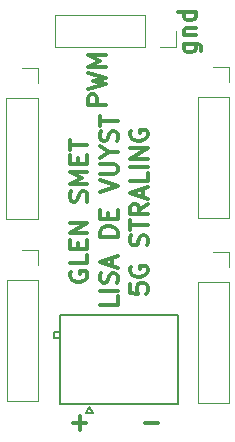
<source format=gto>
G04 #@! TF.GenerationSoftware,KiCad,Pcbnew,(5.1.9)-1*
G04 #@! TF.CreationDate,2021-04-08T22:29:13+02:00*
G04 #@! TF.ProjectId,MotorPCBZonderLevelShifter,4d6f746f-7250-4434-925a-6f6e6465724c,rev?*
G04 #@! TF.SameCoordinates,Original*
G04 #@! TF.FileFunction,Legend,Top*
G04 #@! TF.FilePolarity,Positive*
%FSLAX46Y46*%
G04 Gerber Fmt 4.6, Leading zero omitted, Abs format (unit mm)*
G04 Created by KiCad (PCBNEW (5.1.9)-1) date 2021-04-08 22:29:13*
%MOMM*%
%LPD*%
G01*
G04 APERTURE LIST*
%ADD10C,0.300000*%
%ADD11C,0.120000*%
%ADD12C,0.127000*%
G04 APERTURE END LIST*
D10*
X136908000Y-86859428D02*
X136836571Y-87002285D01*
X136836571Y-87216571D01*
X136908000Y-87430857D01*
X137050857Y-87573714D01*
X137193714Y-87645142D01*
X137479428Y-87716571D01*
X137693714Y-87716571D01*
X137979428Y-87645142D01*
X138122285Y-87573714D01*
X138265142Y-87430857D01*
X138336571Y-87216571D01*
X138336571Y-87073714D01*
X138265142Y-86859428D01*
X138193714Y-86788000D01*
X137693714Y-86788000D01*
X137693714Y-87073714D01*
X138336571Y-85430857D02*
X138336571Y-86145142D01*
X136836571Y-86145142D01*
X137550857Y-84930857D02*
X137550857Y-84430857D01*
X138336571Y-84216571D02*
X138336571Y-84930857D01*
X136836571Y-84930857D01*
X136836571Y-84216571D01*
X138336571Y-83573714D02*
X136836571Y-83573714D01*
X138336571Y-82716571D01*
X136836571Y-82716571D01*
X138265142Y-80930857D02*
X138336571Y-80716571D01*
X138336571Y-80359428D01*
X138265142Y-80216571D01*
X138193714Y-80145142D01*
X138050857Y-80073714D01*
X137908000Y-80073714D01*
X137765142Y-80145142D01*
X137693714Y-80216571D01*
X137622285Y-80359428D01*
X137550857Y-80645142D01*
X137479428Y-80788000D01*
X137408000Y-80859428D01*
X137265142Y-80930857D01*
X137122285Y-80930857D01*
X136979428Y-80859428D01*
X136908000Y-80788000D01*
X136836571Y-80645142D01*
X136836571Y-80288000D01*
X136908000Y-80073714D01*
X138336571Y-79430857D02*
X136836571Y-79430857D01*
X137908000Y-78930857D01*
X136836571Y-78430857D01*
X138336571Y-78430857D01*
X137550857Y-77716571D02*
X137550857Y-77216571D01*
X138336571Y-77002285D02*
X138336571Y-77716571D01*
X136836571Y-77716571D01*
X136836571Y-77002285D01*
X136836571Y-76573714D02*
X136836571Y-75716571D01*
X138336571Y-76145142D02*
X136836571Y-76145142D01*
X140886571Y-88966571D02*
X140886571Y-89680857D01*
X139386571Y-89680857D01*
X140886571Y-88466571D02*
X139386571Y-88466571D01*
X140815142Y-87823714D02*
X140886571Y-87609428D01*
X140886571Y-87252285D01*
X140815142Y-87109428D01*
X140743714Y-87038000D01*
X140600857Y-86966571D01*
X140458000Y-86966571D01*
X140315142Y-87038000D01*
X140243714Y-87109428D01*
X140172285Y-87252285D01*
X140100857Y-87538000D01*
X140029428Y-87680857D01*
X139958000Y-87752285D01*
X139815142Y-87823714D01*
X139672285Y-87823714D01*
X139529428Y-87752285D01*
X139458000Y-87680857D01*
X139386571Y-87538000D01*
X139386571Y-87180857D01*
X139458000Y-86966571D01*
X140458000Y-86395142D02*
X140458000Y-85680857D01*
X140886571Y-86538000D02*
X139386571Y-86038000D01*
X140886571Y-85538000D01*
X140886571Y-83895142D02*
X139386571Y-83895142D01*
X139386571Y-83538000D01*
X139458000Y-83323714D01*
X139600857Y-83180857D01*
X139743714Y-83109428D01*
X140029428Y-83038000D01*
X140243714Y-83038000D01*
X140529428Y-83109428D01*
X140672285Y-83180857D01*
X140815142Y-83323714D01*
X140886571Y-83538000D01*
X140886571Y-83895142D01*
X140100857Y-82395142D02*
X140100857Y-81895142D01*
X140886571Y-81680857D02*
X140886571Y-82395142D01*
X139386571Y-82395142D01*
X139386571Y-81680857D01*
X139386571Y-80109428D02*
X140886571Y-79609428D01*
X139386571Y-79109428D01*
X139386571Y-78609428D02*
X140600857Y-78609428D01*
X140743714Y-78538000D01*
X140815142Y-78466571D01*
X140886571Y-78323714D01*
X140886571Y-78038000D01*
X140815142Y-77895142D01*
X140743714Y-77823714D01*
X140600857Y-77752285D01*
X139386571Y-77752285D01*
X140172285Y-76752285D02*
X140886571Y-76752285D01*
X139386571Y-77252285D02*
X140172285Y-76752285D01*
X139386571Y-76252285D01*
X140815142Y-75823714D02*
X140886571Y-75609428D01*
X140886571Y-75252285D01*
X140815142Y-75109428D01*
X140743714Y-75038000D01*
X140600857Y-74966571D01*
X140458000Y-74966571D01*
X140315142Y-75038000D01*
X140243714Y-75109428D01*
X140172285Y-75252285D01*
X140100857Y-75538000D01*
X140029428Y-75680857D01*
X139958000Y-75752285D01*
X139815142Y-75823714D01*
X139672285Y-75823714D01*
X139529428Y-75752285D01*
X139458000Y-75680857D01*
X139386571Y-75538000D01*
X139386571Y-75180857D01*
X139458000Y-74966571D01*
X139386571Y-74538000D02*
X139386571Y-73680857D01*
X140886571Y-74109428D02*
X139386571Y-74109428D01*
X141936571Y-87930857D02*
X141936571Y-88645142D01*
X142650857Y-88716571D01*
X142579428Y-88645142D01*
X142508000Y-88502285D01*
X142508000Y-88145142D01*
X142579428Y-88002285D01*
X142650857Y-87930857D01*
X142793714Y-87859428D01*
X143150857Y-87859428D01*
X143293714Y-87930857D01*
X143365142Y-88002285D01*
X143436571Y-88145142D01*
X143436571Y-88502285D01*
X143365142Y-88645142D01*
X143293714Y-88716571D01*
X142008000Y-86430857D02*
X141936571Y-86573714D01*
X141936571Y-86788000D01*
X142008000Y-87002285D01*
X142150857Y-87145142D01*
X142293714Y-87216571D01*
X142579428Y-87288000D01*
X142793714Y-87288000D01*
X143079428Y-87216571D01*
X143222285Y-87145142D01*
X143365142Y-87002285D01*
X143436571Y-86788000D01*
X143436571Y-86645142D01*
X143365142Y-86430857D01*
X143293714Y-86359428D01*
X142793714Y-86359428D01*
X142793714Y-86645142D01*
X143365142Y-84645142D02*
X143436571Y-84430857D01*
X143436571Y-84073714D01*
X143365142Y-83930857D01*
X143293714Y-83859428D01*
X143150857Y-83788000D01*
X143008000Y-83788000D01*
X142865142Y-83859428D01*
X142793714Y-83930857D01*
X142722285Y-84073714D01*
X142650857Y-84359428D01*
X142579428Y-84502285D01*
X142508000Y-84573714D01*
X142365142Y-84645142D01*
X142222285Y-84645142D01*
X142079428Y-84573714D01*
X142008000Y-84502285D01*
X141936571Y-84359428D01*
X141936571Y-84002285D01*
X142008000Y-83788000D01*
X141936571Y-83359428D02*
X141936571Y-82502285D01*
X143436571Y-82930857D02*
X141936571Y-82930857D01*
X143436571Y-81145142D02*
X142722285Y-81645142D01*
X143436571Y-82002285D02*
X141936571Y-82002285D01*
X141936571Y-81430857D01*
X142008000Y-81288000D01*
X142079428Y-81216571D01*
X142222285Y-81145142D01*
X142436571Y-81145142D01*
X142579428Y-81216571D01*
X142650857Y-81288000D01*
X142722285Y-81430857D01*
X142722285Y-82002285D01*
X143008000Y-80573714D02*
X143008000Y-79859428D01*
X143436571Y-80716571D02*
X141936571Y-80216571D01*
X143436571Y-79716571D01*
X143436571Y-78502285D02*
X143436571Y-79216571D01*
X141936571Y-79216571D01*
X143436571Y-78002285D02*
X141936571Y-78002285D01*
X143436571Y-77288000D02*
X141936571Y-77288000D01*
X143436571Y-76430857D01*
X141936571Y-76430857D01*
X142008000Y-74930857D02*
X141936571Y-75073714D01*
X141936571Y-75288000D01*
X142008000Y-75502285D01*
X142150857Y-75645142D01*
X142293714Y-75716571D01*
X142579428Y-75788000D01*
X142793714Y-75788000D01*
X143079428Y-75716571D01*
X143222285Y-75645142D01*
X143365142Y-75502285D01*
X143436571Y-75288000D01*
X143436571Y-75145142D01*
X143365142Y-74930857D01*
X143293714Y-74859428D01*
X142793714Y-74859428D01*
X142793714Y-75145142D01*
X146490571Y-67583714D02*
X147704857Y-67583714D01*
X147847714Y-67655142D01*
X147919142Y-67726571D01*
X147990571Y-67869428D01*
X147990571Y-68083714D01*
X147919142Y-68226571D01*
X147419142Y-67583714D02*
X147490571Y-67726571D01*
X147490571Y-68012285D01*
X147419142Y-68155142D01*
X147347714Y-68226571D01*
X147204857Y-68298000D01*
X146776285Y-68298000D01*
X146633428Y-68226571D01*
X146562000Y-68155142D01*
X146490571Y-68012285D01*
X146490571Y-67726571D01*
X146562000Y-67583714D01*
X146490571Y-66869428D02*
X147490571Y-66869428D01*
X146633428Y-66869428D02*
X146562000Y-66798000D01*
X146490571Y-66655142D01*
X146490571Y-66440857D01*
X146562000Y-66298000D01*
X146704857Y-66226571D01*
X147490571Y-66226571D01*
X147490571Y-64869428D02*
X145990571Y-64869428D01*
X147419142Y-64869428D02*
X147490571Y-65012285D01*
X147490571Y-65298000D01*
X147419142Y-65440857D01*
X147347714Y-65512285D01*
X147204857Y-65583714D01*
X146776285Y-65583714D01*
X146633428Y-65512285D01*
X146562000Y-65440857D01*
X146490571Y-65298000D01*
X146490571Y-65012285D01*
X146562000Y-64869428D01*
X139870571Y-72719142D02*
X138370571Y-72719142D01*
X138370571Y-72147714D01*
X138442000Y-72004857D01*
X138513428Y-71933428D01*
X138656285Y-71862000D01*
X138870571Y-71862000D01*
X139013428Y-71933428D01*
X139084857Y-72004857D01*
X139156285Y-72147714D01*
X139156285Y-72719142D01*
X138370571Y-71362000D02*
X139870571Y-71004857D01*
X138799142Y-70719142D01*
X139870571Y-70433428D01*
X138370571Y-70076285D01*
X139870571Y-69504857D02*
X138370571Y-69504857D01*
X139442000Y-69004857D01*
X138370571Y-68504857D01*
X139870571Y-68504857D01*
X137096571Y-99675142D02*
X138239428Y-99675142D01*
X137668000Y-100246571D02*
X137668000Y-99103714D01*
X144335428Y-99675142D02*
X143192571Y-99675142D01*
D11*
X132825001Y-84995001D02*
X134155001Y-84995001D01*
X134155001Y-84995001D02*
X134155001Y-86325001D01*
X134155001Y-87595001D02*
X134155001Y-97815001D01*
X131495001Y-97815001D02*
X134155001Y-97815001D01*
X131495001Y-87595001D02*
X131495001Y-97815001D01*
X131495001Y-87595001D02*
X134155001Y-87595001D01*
X131470000Y-72185000D02*
X134130000Y-72185000D01*
X131470000Y-72185000D02*
X131470000Y-82405000D01*
X131470000Y-82405000D02*
X134130000Y-82405000D01*
X134130000Y-72185000D02*
X134130000Y-82405000D01*
X134130000Y-69585000D02*
X134130000Y-70915000D01*
X132800000Y-69585000D02*
X134130000Y-69585000D01*
X149000000Y-69510000D02*
X150330000Y-69510000D01*
X150330000Y-69510000D02*
X150330000Y-70840000D01*
X150330000Y-72110000D02*
X150330000Y-82330000D01*
X147670000Y-82330000D02*
X150330000Y-82330000D01*
X147670000Y-72110000D02*
X147670000Y-82330000D01*
X147670000Y-72110000D02*
X150330000Y-72110000D01*
X147670000Y-87770000D02*
X150330000Y-87770000D01*
X147670000Y-87770000D02*
X147670000Y-97990000D01*
X147670000Y-97990000D02*
X150330000Y-97990000D01*
X150330000Y-87770000D02*
X150330000Y-97990000D01*
X150330000Y-85170000D02*
X150330000Y-86500000D01*
X149000000Y-85170000D02*
X150330000Y-85170000D01*
X145830000Y-66500000D02*
X145830000Y-67830000D01*
X145830000Y-67830000D02*
X144500000Y-67830000D01*
X143230000Y-67830000D02*
X135550000Y-67830000D01*
X135550000Y-65170000D02*
X135550000Y-67830000D01*
X143230000Y-65170000D02*
X135550000Y-65170000D01*
X143230000Y-65170000D02*
X143230000Y-67830000D01*
D12*
X136001280Y-90501660D02*
X145998720Y-90501660D01*
X145998720Y-90501660D02*
X145998720Y-98098800D01*
X145998720Y-98098800D02*
X136001280Y-98098800D01*
X136001280Y-98098800D02*
X136001280Y-92500640D01*
X136001280Y-92500640D02*
X136001280Y-92000260D01*
X136001280Y-92000260D02*
X136001280Y-90501660D01*
X136001280Y-92500640D02*
X135500900Y-92500640D01*
X135500900Y-92500640D02*
X135500900Y-92000260D01*
X135500900Y-92000260D02*
X136001280Y-92000260D01*
X138188220Y-98825240D02*
X138505720Y-98350260D01*
X138505720Y-98350260D02*
X138823220Y-98825240D01*
X138823220Y-98825240D02*
X138188220Y-98825240D01*
M02*

</source>
